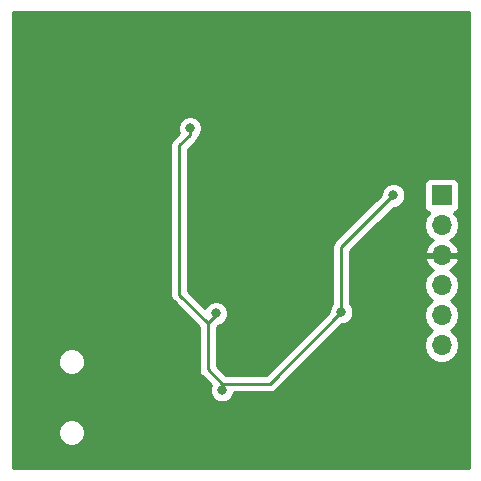
<source format=gbr>
G04 #@! TF.GenerationSoftware,KiCad,Pcbnew,5.0.2-bee76a0~70~ubuntu16.04.1*
G04 #@! TF.CreationDate,2019-01-30T15:52:25+01:00*
G04 #@! TF.ProjectId,Lab1,4c616231-2e6b-4696-9361-645f70636258,rev?*
G04 #@! TF.SameCoordinates,Original*
G04 #@! TF.FileFunction,Copper,L2,Bot*
G04 #@! TF.FilePolarity,Positive*
%FSLAX46Y46*%
G04 Gerber Fmt 4.6, Leading zero omitted, Abs format (unit mm)*
G04 Created by KiCad (PCBNEW 5.0.2-bee76a0~70~ubuntu16.04.1) date ons 30 jan 2019 15:52:25*
%MOMM*%
%LPD*%
G01*
G04 APERTURE LIST*
G04 #@! TA.AperFunction,ComponentPad*
%ADD10O,1.700000X1.700000*%
G04 #@! TD*
G04 #@! TA.AperFunction,ComponentPad*
%ADD11R,1.700000X1.700000*%
G04 #@! TD*
G04 #@! TA.AperFunction,ViaPad*
%ADD12C,0.800000*%
G04 #@! TD*
G04 #@! TA.AperFunction,Conductor*
%ADD13C,0.250000*%
G04 #@! TD*
G04 #@! TA.AperFunction,Conductor*
%ADD14C,0.254000*%
G04 #@! TD*
G04 APERTURE END LIST*
D10*
G04 #@! TO.P,J2,6*
G04 #@! TO.N,/SWO*
X137000000Y-88900000D03*
G04 #@! TO.P,J2,5*
G04 #@! TO.N,/NRST*
X137000000Y-86360000D03*
G04 #@! TO.P,J2,4*
G04 #@! TO.N,/SWDIO*
X137000000Y-83820000D03*
G04 #@! TO.P,J2,3*
G04 #@! TO.N,GND*
X137000000Y-81280000D03*
G04 #@! TO.P,J2,2*
G04 #@! TO.N,/SWCLK*
X137000000Y-78740000D03*
D11*
G04 #@! TO.P,J2,1*
G04 #@! TO.N,+3V3*
X137000000Y-76200000D03*
G04 #@! TD*
D12*
G04 #@! TO.N,GND*
X134900000Y-81100000D03*
X132500000Y-78800000D03*
X121600000Y-84900000D03*
X121600000Y-86900000D03*
X127100000Y-90700000D03*
X133100000Y-90800000D03*
X125300000Y-98300000D03*
X138300000Y-98300000D03*
X111800000Y-90500000D03*
X106800000Y-87400000D03*
X102300000Y-80300000D03*
X102300000Y-70800000D03*
X111900000Y-82100000D03*
X137200000Y-62600000D03*
X137200000Y-67200000D03*
X130200000Y-62600000D03*
X112500000Y-62700000D03*
X102700000Y-62700000D03*
X133400000Y-85200000D03*
X134400000Y-73000000D03*
X108300000Y-98500000D03*
X121800000Y-62600000D03*
G04 #@! TO.N,+3V3*
X118400000Y-92700000D03*
X117900000Y-86200000D03*
X128500000Y-86100000D03*
X132900000Y-76200000D03*
X115700000Y-70500000D03*
G04 #@! TD*
D13*
G04 #@! TO.N,+3V3*
X118400000Y-92134315D02*
X117200000Y-90934315D01*
X118400000Y-92700000D02*
X118400000Y-92134315D01*
X117200000Y-90934315D02*
X117200000Y-87000000D01*
X117900000Y-86300000D02*
X117900000Y-86200000D01*
X117200000Y-87000000D02*
X117900000Y-86300000D01*
X122465685Y-92134315D02*
X128500000Y-86100000D01*
X118400000Y-92134315D02*
X122465685Y-92134315D01*
X128500000Y-80600000D02*
X132900000Y-76200000D01*
X128500000Y-86100000D02*
X128500000Y-80600000D01*
X115700000Y-71065685D02*
X114800000Y-71965685D01*
X115700000Y-70500000D02*
X115700000Y-71065685D01*
X114800000Y-84600000D02*
X117200000Y-87000000D01*
X114800000Y-71965685D02*
X114800000Y-84600000D01*
G04 #@! TD*
D14*
G04 #@! TO.N,GND*
G36*
X139290001Y-99290000D02*
X100710000Y-99290000D01*
X100710000Y-96074234D01*
X104515000Y-96074234D01*
X104515000Y-96525766D01*
X104687793Y-96942926D01*
X105007074Y-97262207D01*
X105424234Y-97435000D01*
X105875766Y-97435000D01*
X106292926Y-97262207D01*
X106612207Y-96942926D01*
X106785000Y-96525766D01*
X106785000Y-96074234D01*
X106612207Y-95657074D01*
X106292926Y-95337793D01*
X105875766Y-95165000D01*
X105424234Y-95165000D01*
X105007074Y-95337793D01*
X104687793Y-95657074D01*
X104515000Y-96074234D01*
X100710000Y-96074234D01*
X100710000Y-90074234D01*
X104515000Y-90074234D01*
X104515000Y-90525766D01*
X104687793Y-90942926D01*
X105007074Y-91262207D01*
X105424234Y-91435000D01*
X105875766Y-91435000D01*
X106292926Y-91262207D01*
X106612207Y-90942926D01*
X106785000Y-90525766D01*
X106785000Y-90074234D01*
X106612207Y-89657074D01*
X106292926Y-89337793D01*
X105875766Y-89165000D01*
X105424234Y-89165000D01*
X105007074Y-89337793D01*
X104687793Y-89657074D01*
X104515000Y-90074234D01*
X100710000Y-90074234D01*
X100710000Y-71965685D01*
X114025112Y-71965685D01*
X114040000Y-72040532D01*
X114040001Y-84525148D01*
X114025112Y-84600000D01*
X114084097Y-84896537D01*
X114196661Y-85065000D01*
X114252072Y-85147929D01*
X114315528Y-85190329D01*
X116440001Y-87314803D01*
X116440000Y-90859468D01*
X116425112Y-90934315D01*
X116440000Y-91009162D01*
X116440000Y-91009166D01*
X116484096Y-91230851D01*
X116652071Y-91482244D01*
X116715530Y-91524646D01*
X117458728Y-92267845D01*
X117365000Y-92494126D01*
X117365000Y-92905874D01*
X117522569Y-93286280D01*
X117813720Y-93577431D01*
X118194126Y-93735000D01*
X118605874Y-93735000D01*
X118986280Y-93577431D01*
X119277431Y-93286280D01*
X119435000Y-92905874D01*
X119435000Y-92894315D01*
X122390838Y-92894315D01*
X122465685Y-92909203D01*
X122540532Y-92894315D01*
X122540537Y-92894315D01*
X122762222Y-92850219D01*
X123013614Y-92682244D01*
X123056016Y-92618785D01*
X128539802Y-87135000D01*
X128705874Y-87135000D01*
X129086280Y-86977431D01*
X129377431Y-86686280D01*
X129535000Y-86305874D01*
X129535000Y-85894126D01*
X129377431Y-85513720D01*
X129260000Y-85396289D01*
X129260000Y-83820000D01*
X135485908Y-83820000D01*
X135601161Y-84399418D01*
X135929375Y-84890625D01*
X136227761Y-85090000D01*
X135929375Y-85289375D01*
X135601161Y-85780582D01*
X135485908Y-86360000D01*
X135601161Y-86939418D01*
X135929375Y-87430625D01*
X136227761Y-87630000D01*
X135929375Y-87829375D01*
X135601161Y-88320582D01*
X135485908Y-88900000D01*
X135601161Y-89479418D01*
X135929375Y-89970625D01*
X136420582Y-90298839D01*
X136853744Y-90385000D01*
X137146256Y-90385000D01*
X137579418Y-90298839D01*
X138070625Y-89970625D01*
X138398839Y-89479418D01*
X138514092Y-88900000D01*
X138398839Y-88320582D01*
X138070625Y-87829375D01*
X137772239Y-87630000D01*
X138070625Y-87430625D01*
X138398839Y-86939418D01*
X138514092Y-86360000D01*
X138398839Y-85780582D01*
X138070625Y-85289375D01*
X137772239Y-85090000D01*
X138070625Y-84890625D01*
X138398839Y-84399418D01*
X138514092Y-83820000D01*
X138398839Y-83240582D01*
X138070625Y-82749375D01*
X137751522Y-82536157D01*
X137881358Y-82475183D01*
X138271645Y-82046924D01*
X138441476Y-81636890D01*
X138320155Y-81407000D01*
X137127000Y-81407000D01*
X137127000Y-81427000D01*
X136873000Y-81427000D01*
X136873000Y-81407000D01*
X135679845Y-81407000D01*
X135558524Y-81636890D01*
X135728355Y-82046924D01*
X136118642Y-82475183D01*
X136248478Y-82536157D01*
X135929375Y-82749375D01*
X135601161Y-83240582D01*
X135485908Y-83820000D01*
X129260000Y-83820000D01*
X129260000Y-80914801D01*
X131434801Y-78740000D01*
X135485908Y-78740000D01*
X135601161Y-79319418D01*
X135929375Y-79810625D01*
X136248478Y-80023843D01*
X136118642Y-80084817D01*
X135728355Y-80513076D01*
X135558524Y-80923110D01*
X135679845Y-81153000D01*
X136873000Y-81153000D01*
X136873000Y-81133000D01*
X137127000Y-81133000D01*
X137127000Y-81153000D01*
X138320155Y-81153000D01*
X138441476Y-80923110D01*
X138271645Y-80513076D01*
X137881358Y-80084817D01*
X137751522Y-80023843D01*
X138070625Y-79810625D01*
X138398839Y-79319418D01*
X138514092Y-78740000D01*
X138398839Y-78160582D01*
X138070625Y-77669375D01*
X138052381Y-77657184D01*
X138097765Y-77648157D01*
X138307809Y-77507809D01*
X138448157Y-77297765D01*
X138497440Y-77050000D01*
X138497440Y-75350000D01*
X138448157Y-75102235D01*
X138307809Y-74892191D01*
X138097765Y-74751843D01*
X137850000Y-74702560D01*
X136150000Y-74702560D01*
X135902235Y-74751843D01*
X135692191Y-74892191D01*
X135551843Y-75102235D01*
X135502560Y-75350000D01*
X135502560Y-77050000D01*
X135551843Y-77297765D01*
X135692191Y-77507809D01*
X135902235Y-77648157D01*
X135947619Y-77657184D01*
X135929375Y-77669375D01*
X135601161Y-78160582D01*
X135485908Y-78740000D01*
X131434801Y-78740000D01*
X132939802Y-77235000D01*
X133105874Y-77235000D01*
X133486280Y-77077431D01*
X133777431Y-76786280D01*
X133935000Y-76405874D01*
X133935000Y-75994126D01*
X133777431Y-75613720D01*
X133486280Y-75322569D01*
X133105874Y-75165000D01*
X132694126Y-75165000D01*
X132313720Y-75322569D01*
X132022569Y-75613720D01*
X131865000Y-75994126D01*
X131865000Y-76160198D01*
X128015528Y-80009671D01*
X127952072Y-80052071D01*
X127909672Y-80115527D01*
X127909671Y-80115528D01*
X127784097Y-80303463D01*
X127725112Y-80600000D01*
X127740001Y-80674852D01*
X127740000Y-85396289D01*
X127622569Y-85513720D01*
X127465000Y-85894126D01*
X127465000Y-86060198D01*
X122150884Y-91374315D01*
X118714802Y-91374315D01*
X117960000Y-90619514D01*
X117960000Y-87314802D01*
X118039802Y-87235000D01*
X118105874Y-87235000D01*
X118486280Y-87077431D01*
X118777431Y-86786280D01*
X118935000Y-86405874D01*
X118935000Y-85994126D01*
X118777431Y-85613720D01*
X118486280Y-85322569D01*
X118105874Y-85165000D01*
X117694126Y-85165000D01*
X117313720Y-85322569D01*
X117022569Y-85613720D01*
X116983308Y-85708506D01*
X115560000Y-84285199D01*
X115560000Y-72280486D01*
X116184473Y-71656014D01*
X116247929Y-71613614D01*
X116415904Y-71362222D01*
X116444314Y-71219397D01*
X116577431Y-71086280D01*
X116735000Y-70705874D01*
X116735000Y-70294126D01*
X116577431Y-69913720D01*
X116286280Y-69622569D01*
X115905874Y-69465000D01*
X115494126Y-69465000D01*
X115113720Y-69622569D01*
X114822569Y-69913720D01*
X114665000Y-70294126D01*
X114665000Y-70705874D01*
X114758728Y-70932155D01*
X114315530Y-71375354D01*
X114252071Y-71417756D01*
X114084096Y-71669149D01*
X114040000Y-71890834D01*
X114040000Y-71890838D01*
X114025112Y-71965685D01*
X100710000Y-71965685D01*
X100710000Y-60710000D01*
X139290000Y-60710000D01*
X139290001Y-99290000D01*
X139290001Y-99290000D01*
G37*
X139290001Y-99290000D02*
X100710000Y-99290000D01*
X100710000Y-96074234D01*
X104515000Y-96074234D01*
X104515000Y-96525766D01*
X104687793Y-96942926D01*
X105007074Y-97262207D01*
X105424234Y-97435000D01*
X105875766Y-97435000D01*
X106292926Y-97262207D01*
X106612207Y-96942926D01*
X106785000Y-96525766D01*
X106785000Y-96074234D01*
X106612207Y-95657074D01*
X106292926Y-95337793D01*
X105875766Y-95165000D01*
X105424234Y-95165000D01*
X105007074Y-95337793D01*
X104687793Y-95657074D01*
X104515000Y-96074234D01*
X100710000Y-96074234D01*
X100710000Y-90074234D01*
X104515000Y-90074234D01*
X104515000Y-90525766D01*
X104687793Y-90942926D01*
X105007074Y-91262207D01*
X105424234Y-91435000D01*
X105875766Y-91435000D01*
X106292926Y-91262207D01*
X106612207Y-90942926D01*
X106785000Y-90525766D01*
X106785000Y-90074234D01*
X106612207Y-89657074D01*
X106292926Y-89337793D01*
X105875766Y-89165000D01*
X105424234Y-89165000D01*
X105007074Y-89337793D01*
X104687793Y-89657074D01*
X104515000Y-90074234D01*
X100710000Y-90074234D01*
X100710000Y-71965685D01*
X114025112Y-71965685D01*
X114040000Y-72040532D01*
X114040001Y-84525148D01*
X114025112Y-84600000D01*
X114084097Y-84896537D01*
X114196661Y-85065000D01*
X114252072Y-85147929D01*
X114315528Y-85190329D01*
X116440001Y-87314803D01*
X116440000Y-90859468D01*
X116425112Y-90934315D01*
X116440000Y-91009162D01*
X116440000Y-91009166D01*
X116484096Y-91230851D01*
X116652071Y-91482244D01*
X116715530Y-91524646D01*
X117458728Y-92267845D01*
X117365000Y-92494126D01*
X117365000Y-92905874D01*
X117522569Y-93286280D01*
X117813720Y-93577431D01*
X118194126Y-93735000D01*
X118605874Y-93735000D01*
X118986280Y-93577431D01*
X119277431Y-93286280D01*
X119435000Y-92905874D01*
X119435000Y-92894315D01*
X122390838Y-92894315D01*
X122465685Y-92909203D01*
X122540532Y-92894315D01*
X122540537Y-92894315D01*
X122762222Y-92850219D01*
X123013614Y-92682244D01*
X123056016Y-92618785D01*
X128539802Y-87135000D01*
X128705874Y-87135000D01*
X129086280Y-86977431D01*
X129377431Y-86686280D01*
X129535000Y-86305874D01*
X129535000Y-85894126D01*
X129377431Y-85513720D01*
X129260000Y-85396289D01*
X129260000Y-83820000D01*
X135485908Y-83820000D01*
X135601161Y-84399418D01*
X135929375Y-84890625D01*
X136227761Y-85090000D01*
X135929375Y-85289375D01*
X135601161Y-85780582D01*
X135485908Y-86360000D01*
X135601161Y-86939418D01*
X135929375Y-87430625D01*
X136227761Y-87630000D01*
X135929375Y-87829375D01*
X135601161Y-88320582D01*
X135485908Y-88900000D01*
X135601161Y-89479418D01*
X135929375Y-89970625D01*
X136420582Y-90298839D01*
X136853744Y-90385000D01*
X137146256Y-90385000D01*
X137579418Y-90298839D01*
X138070625Y-89970625D01*
X138398839Y-89479418D01*
X138514092Y-88900000D01*
X138398839Y-88320582D01*
X138070625Y-87829375D01*
X137772239Y-87630000D01*
X138070625Y-87430625D01*
X138398839Y-86939418D01*
X138514092Y-86360000D01*
X138398839Y-85780582D01*
X138070625Y-85289375D01*
X137772239Y-85090000D01*
X138070625Y-84890625D01*
X138398839Y-84399418D01*
X138514092Y-83820000D01*
X138398839Y-83240582D01*
X138070625Y-82749375D01*
X137751522Y-82536157D01*
X137881358Y-82475183D01*
X138271645Y-82046924D01*
X138441476Y-81636890D01*
X138320155Y-81407000D01*
X137127000Y-81407000D01*
X137127000Y-81427000D01*
X136873000Y-81427000D01*
X136873000Y-81407000D01*
X135679845Y-81407000D01*
X135558524Y-81636890D01*
X135728355Y-82046924D01*
X136118642Y-82475183D01*
X136248478Y-82536157D01*
X135929375Y-82749375D01*
X135601161Y-83240582D01*
X135485908Y-83820000D01*
X129260000Y-83820000D01*
X129260000Y-80914801D01*
X131434801Y-78740000D01*
X135485908Y-78740000D01*
X135601161Y-79319418D01*
X135929375Y-79810625D01*
X136248478Y-80023843D01*
X136118642Y-80084817D01*
X135728355Y-80513076D01*
X135558524Y-80923110D01*
X135679845Y-81153000D01*
X136873000Y-81153000D01*
X136873000Y-81133000D01*
X137127000Y-81133000D01*
X137127000Y-81153000D01*
X138320155Y-81153000D01*
X138441476Y-80923110D01*
X138271645Y-80513076D01*
X137881358Y-80084817D01*
X137751522Y-80023843D01*
X138070625Y-79810625D01*
X138398839Y-79319418D01*
X138514092Y-78740000D01*
X138398839Y-78160582D01*
X138070625Y-77669375D01*
X138052381Y-77657184D01*
X138097765Y-77648157D01*
X138307809Y-77507809D01*
X138448157Y-77297765D01*
X138497440Y-77050000D01*
X138497440Y-75350000D01*
X138448157Y-75102235D01*
X138307809Y-74892191D01*
X138097765Y-74751843D01*
X137850000Y-74702560D01*
X136150000Y-74702560D01*
X135902235Y-74751843D01*
X135692191Y-74892191D01*
X135551843Y-75102235D01*
X135502560Y-75350000D01*
X135502560Y-77050000D01*
X135551843Y-77297765D01*
X135692191Y-77507809D01*
X135902235Y-77648157D01*
X135947619Y-77657184D01*
X135929375Y-77669375D01*
X135601161Y-78160582D01*
X135485908Y-78740000D01*
X131434801Y-78740000D01*
X132939802Y-77235000D01*
X133105874Y-77235000D01*
X133486280Y-77077431D01*
X133777431Y-76786280D01*
X133935000Y-76405874D01*
X133935000Y-75994126D01*
X133777431Y-75613720D01*
X133486280Y-75322569D01*
X133105874Y-75165000D01*
X132694126Y-75165000D01*
X132313720Y-75322569D01*
X132022569Y-75613720D01*
X131865000Y-75994126D01*
X131865000Y-76160198D01*
X128015528Y-80009671D01*
X127952072Y-80052071D01*
X127909672Y-80115527D01*
X127909671Y-80115528D01*
X127784097Y-80303463D01*
X127725112Y-80600000D01*
X127740001Y-80674852D01*
X127740000Y-85396289D01*
X127622569Y-85513720D01*
X127465000Y-85894126D01*
X127465000Y-86060198D01*
X122150884Y-91374315D01*
X118714802Y-91374315D01*
X117960000Y-90619514D01*
X117960000Y-87314802D01*
X118039802Y-87235000D01*
X118105874Y-87235000D01*
X118486280Y-87077431D01*
X118777431Y-86786280D01*
X118935000Y-86405874D01*
X118935000Y-85994126D01*
X118777431Y-85613720D01*
X118486280Y-85322569D01*
X118105874Y-85165000D01*
X117694126Y-85165000D01*
X117313720Y-85322569D01*
X117022569Y-85613720D01*
X116983308Y-85708506D01*
X115560000Y-84285199D01*
X115560000Y-72280486D01*
X116184473Y-71656014D01*
X116247929Y-71613614D01*
X116415904Y-71362222D01*
X116444314Y-71219397D01*
X116577431Y-71086280D01*
X116735000Y-70705874D01*
X116735000Y-70294126D01*
X116577431Y-69913720D01*
X116286280Y-69622569D01*
X115905874Y-69465000D01*
X115494126Y-69465000D01*
X115113720Y-69622569D01*
X114822569Y-69913720D01*
X114665000Y-70294126D01*
X114665000Y-70705874D01*
X114758728Y-70932155D01*
X114315530Y-71375354D01*
X114252071Y-71417756D01*
X114084096Y-71669149D01*
X114040000Y-71890834D01*
X114040000Y-71890838D01*
X114025112Y-71965685D01*
X100710000Y-71965685D01*
X100710000Y-60710000D01*
X139290000Y-60710000D01*
X139290001Y-99290000D01*
G04 #@! TD*
M02*

</source>
